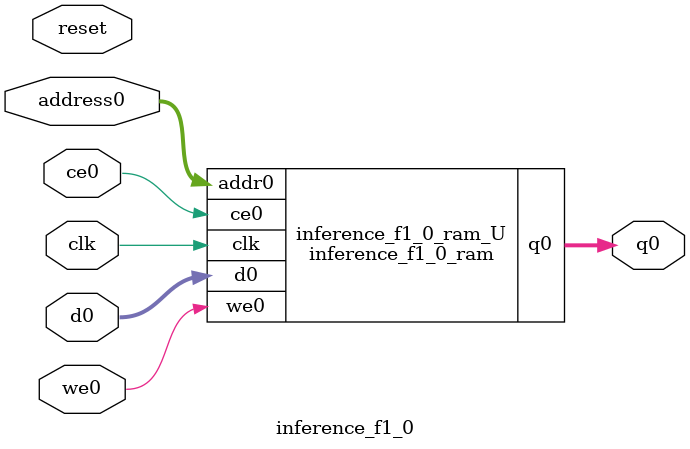
<source format=v>

`timescale 1 ns / 1 ps
module inference_f1_0_ram (addr0, ce0, d0, we0, q0,  clk);

parameter DWIDTH = 32;
parameter AWIDTH = 8;
parameter MEM_SIZE = 150;

input[AWIDTH-1:0] addr0;
input ce0;
input[DWIDTH-1:0] d0;
input we0;
output reg[DWIDTH-1:0] q0;
input clk;

(* ram_style = "block" *)reg [DWIDTH-1:0] ram[MEM_SIZE-1:0];




always @(posedge clk)  
begin 
    if (ce0) 
    begin
        if (we0) 
        begin 
            ram[addr0] <= d0; 
            q0 <= d0;
        end 
        else 
            q0 <= ram[addr0];
    end
end


endmodule


`timescale 1 ns / 1 ps
module inference_f1_0(
    reset,
    clk,
    address0,
    ce0,
    we0,
    d0,
    q0);

parameter DataWidth = 32'd32;
parameter AddressRange = 32'd150;
parameter AddressWidth = 32'd8;
input reset;
input clk;
input[AddressWidth - 1:0] address0;
input ce0;
input we0;
input[DataWidth - 1:0] d0;
output[DataWidth - 1:0] q0;



inference_f1_0_ram inference_f1_0_ram_U(
    .clk( clk ),
    .addr0( address0 ),
    .ce0( ce0 ),
    .d0( d0 ),
    .we0( we0 ),
    .q0( q0 ));

endmodule


</source>
